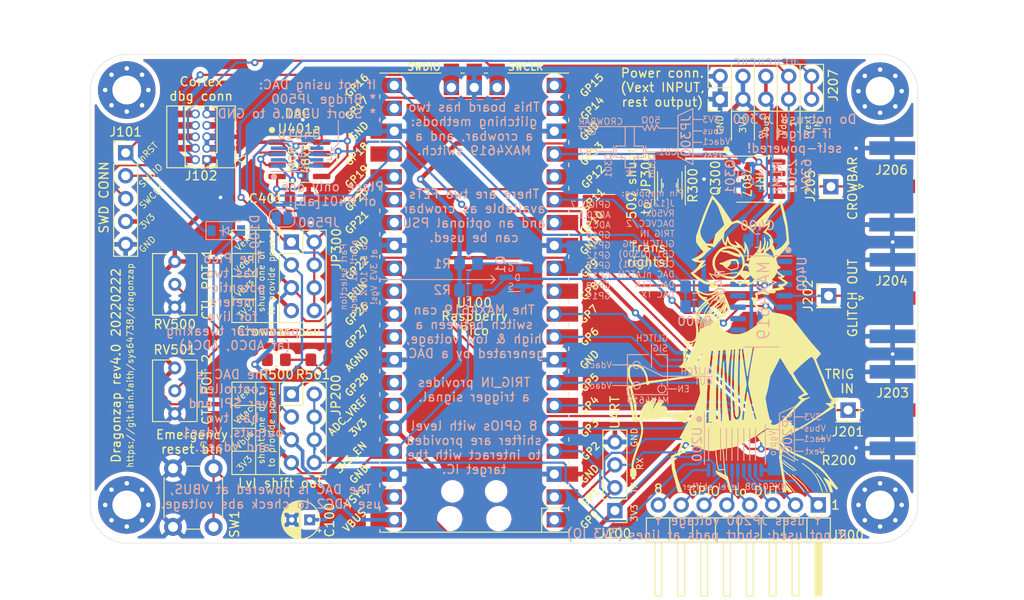
<source format=kicad_pcb>
(kicad_pcb (version 20211014) (generator pcbnew)

  (general
    (thickness 1.6)
  )

  (paper "A4")
  (layers
    (0 "F.Cu" signal)
    (31 "B.Cu" signal)
    (32 "B.Adhes" user "B.Adhesive")
    (33 "F.Adhes" user "F.Adhesive")
    (34 "B.Paste" user)
    (35 "F.Paste" user)
    (36 "B.SilkS" user "B.Silkscreen")
    (37 "F.SilkS" user "F.Silkscreen")
    (38 "B.Mask" user)
    (39 "F.Mask" user)
    (40 "Dwgs.User" user "User.Drawings")
    (41 "Cmts.User" user "User.Comments")
    (42 "Eco1.User" user "User.Eco1")
    (43 "Eco2.User" user "User.Eco2")
    (44 "Edge.Cuts" user)
    (45 "Margin" user)
    (46 "B.CrtYd" user "B.Courtyard")
    (47 "F.CrtYd" user "F.Courtyard")
    (48 "B.Fab" user)
    (49 "F.Fab" user)
  )

  (setup
    (stackup
      (layer "F.SilkS" (type "Top Silk Screen"))
      (layer "F.Paste" (type "Top Solder Paste"))
      (layer "F.Mask" (type "Top Solder Mask") (thickness 0.01))
      (layer "F.Cu" (type "copper") (thickness 0.035))
      (layer "dielectric 1" (type "core") (thickness 1.51) (material "FR4") (epsilon_r 4.5) (loss_tangent 0.02))
      (layer "B.Cu" (type "copper") (thickness 0.035))
      (layer "B.Mask" (type "Bottom Solder Mask") (thickness 0.01))
      (layer "B.Paste" (type "Bottom Solder Paste"))
      (layer "B.SilkS" (type "Bottom Silk Screen"))
      (copper_finish "None")
      (dielectric_constraints no)
    )
    (pad_to_mask_clearance 0)
    (pcbplotparams
      (layerselection 0x00010fc_ffffffff)
      (disableapertmacros false)
      (usegerberextensions false)
      (usegerberattributes true)
      (usegerberadvancedattributes true)
      (creategerberjobfile true)
      (svguseinch false)
      (svgprecision 6)
      (excludeedgelayer true)
      (plotframeref false)
      (viasonmask false)
      (mode 1)
      (useauxorigin false)
      (hpglpennumber 1)
      (hpglpenspeed 20)
      (hpglpendiameter 15.000000)
      (dxfpolygonmode true)
      (dxfimperialunits true)
      (dxfusepcbnewfont true)
      (psnegative false)
      (psa4output false)
      (plotreference true)
      (plotvalue true)
      (plotinvisibletext false)
      (sketchpadsonfab false)
      (subtractmaskfromsilk false)
      (outputformat 1)
      (mirror false)
      (drillshape 0)
      (scaleselection 1)
      (outputdirectory "grb3/")
    )
  )

  (net 0 "")
  (net 1 "GND")
  (net 2 "+3V3")
  (net 3 "+3.3VADC")
  (net 4 "Net-(D100-Pad1)")
  (net 5 "UART_RX")
  (net 6 "UART_TX")
  (net 7 "/controller/SWDIO")
  (net 8 "/controller/SWCLK")
  (net 9 "unconnected-(J102-Pad8)")
  (net 10 "unconnected-(J102-Pad7)")
  (net 11 "unconnected-(J102-Pad6)")
  (net 12 "Net-(J200-Pad1)")
  (net 13 "Net-(J200-Pad2)")
  (net 14 "TRIG_IN")
  (net 15 "GLITCH_OUT")
  (net 16 "Net-(J200-Pad3)")
  (net 17 "ADC0")
  (net 18 "ADC1")
  (net 19 "Net-(J200-Pad4)")
  (net 20 "Net-(J200-Pad5)")
  (net 21 "Net-(J200-Pad6)")
  (net 22 "VCC_EXT")
  (net 23 "DAC_HI")
  (net 24 "CB1_G")
  (net 25 "CB2_G")
  (net 26 "GPIO_EN")
  (net 27 "MAX_SW_B")
  (net 28 "MAX_SW_A")
  (net 29 "MAX_EN")
  (net 30 "GPIO2")
  (net 31 "GPIO3")
  (net 32 "GPIO4")
  (net 33 "GPIO5")
  (net 34 "GPIO6")
  (net 35 "GLITCH_SIG")
  (net 36 "GPIO7")
  (net 37 "GPIO8")
  (net 38 "GPIO9")
  (net 39 "unconnected-(U100-Pad30)")
  (net 40 "DAC_nL")
  (net 41 "DAC_CLK")
  (net 42 "DAC_TX")
  (net 43 "EMERG_SHDN")
  (net 44 "~{EMERG_SHDN}")
  (net 45 "unconnected-(U100-Pad39)")
  (net 46 "Net-(J200-Pad7)")
  (net 47 "DAC_LO")
  (net 48 "CROWBAR")
  (net 49 "/gpio/TAR_VCCIO")
  (net 50 "Net-(J200-Pad8)")
  (net 51 "ADC2")
  (net 52 "unconnected-(U100-Pad20)")
  (net 53 "unconnected-(U100-Pad19)")
  (net 54 "VBUS")
  (net 55 "CB_VCC")
  (net 56 "unconnected-(U400-Pad1)")
  (net 57 "unconnected-(U400-Pad2)")
  (net 58 "unconnected-(U400-Pad10)")
  (net 59 "unconnected-(U400-Pad11)")
  (net 60 "unconnected-(U400-Pad12)")
  (net 61 "unconnected-(U400-Pad13)")
  (net 62 "unconnected-(U400-Pad14)")
  (net 63 "unconnected-(U400-Pad15)")

  (footprint "Resistor_SMD:R_0805_2012Metric_Pad1.20x1.40mm_HandSolder" (layer "F.Cu") (at 135.128 87.179 90))

  (footprint "Connector_Coaxial:SMA_Amphenol_132289_EdgeMount" (layer "F.Cu") (at 159.845 87.287))

  (footprint "MountingHole:MountingHole_3.2mm_M3_Pad_Via" (layer "F.Cu") (at 158.496 122.682))

  (footprint "Connector_PinHeader_2.54mm:PinHeader_2x04_P2.54mm_Vertical" (layer "F.Cu") (at 93.091 93.472))

  (footprint "Connector_PinHeader_2.54mm:PinHeader_2x05_P2.54mm_Vertical" (layer "F.Cu") (at 140.721 77.602 90))

  (footprint "Connector_PinHeader_2.54mm:PinHeader_1x01_P2.54mm_Vertical" (layer "F.Cu") (at 152.776 99.441))

  (footprint "Resistor_SMD:R_2010_5025Metric_Pad1.40x2.65mm_HandSolder" (layer "F.Cu") (at 135.128 87.179 90))

  (footprint "Connector_PinHeader_2.54mm:PinHeader_1x08_P2.54mm_Horizontal" (layer "F.Cu") (at 151.638 122.682 -90))

  (footprint "Connector_PinHeader_2.54mm:PinHeader_2x04_P2.54mm_Vertical" (layer "F.Cu") (at 93.091 110.363))

  (footprint "Potentiometer_THT:Potentiometer_Vishay_T73XW_Horizontal" (layer "F.Cu") (at 80.137 95.631))

  (footprint "Connector_PinHeader_2.54mm:PinHeader_1x01_P2.54mm_Vertical" (layer "F.Cu") (at 153.03 87.317))

  (footprint "Resistor_SMD:R_0805_2012Metric_Pad1.20x1.40mm_HandSolder" (layer "F.Cu") (at 152.035 116.078 180))

  (footprint "MCU_RaspberryPi_and_Boards:RPi_Pico_SMD_TH" (layer "F.Cu") (at 113.411 100.203 180))

  (footprint "Connector_PinHeader_1.27mm:PinHeader_2x05_P1.27mm_Vertical" (layer "F.Cu") (at 83.694 84.326 180))

  (footprint "lethalbit-connectors:FTSH-105-01-L-DV-K-TR" (layer "F.Cu") (at 83.059 81.786 90))

  (footprint "Resistor_SMD:R_0805_2012Metric_Pad1.20x1.40mm_HandSolder" (layer "F.Cu") (at 91.424 106.553))

  (footprint "Potentiometer_THT:Potentiometer_Vishay_T73XW_Horizontal" (layer "F.Cu") (at 80.137 107.457))

  (footprint "Resistor_SMD:R_2512_6332Metric_Pad1.40x3.35mm_HandSolder" (layer "F.Cu") (at 135.15 87.179 90))

  (footprint "Capacitor_SMD:C_0805_2012Metric_Pad1.18x1.45mm_HandSolder" (layer "F.Cu") (at 93.98 88.598819 180))

  (footprint "Capacitor_THT:CP_Radial_D4.0mm_P2.00mm" (layer "F.Cu") (at 95.123 124.333 180))

  (footprint "Resistor_SMD:R_1206_3216Metric_Pad1.30x1.75mm_HandSolder" (layer "F.Cu") (at 135.128 87.179 90))

  (footprint "MountingHole:MountingHole_3.2mm_M3_Pad_Via" (layer "F.Cu") (at 158.496 76.708))

  (footprint "Connector_PinHeader_2.54mm:PinHeader_1x01_P2.54mm_Vertical" (layer "F.Cu") (at 154.94 112.141))

  (footprint "graphics:xenia" (layer "F.Cu")
    (tedit 61C154B6) (tstamp baf18278-d51c-443e-9972-c8c9ba5d7493)
    (at 143.4789 104.902)
    (attr through_hole)
    (fp_text reference "XENIA" (at 0 0.5) (layer "F.SilkS") hide
      (effects (font (size 1 1) (thickness 0.15)))
      (tstamp 2ab096f1-5e2e-4948-88f7-ee80da352ce9)
    )
    (fp_text value "xenia" (at 0 -0.5) (layer "F.Fab")
      (effects (font (size 1 1) (thickness 0.15)))
      (tstamp fc47ad18-c916-4f04-8460-6a5fb9138c7e)
    )
    (fp_line (start -0.087449 -8.809657) (end 0.146027 -8.894909) (layer "F.SilkS") (width 0.1) (tstamp 00486478-893b-425b-a5bc-a7e44ca55943))
    (fp_line (start 2.120427 -10.202538) (end 2.241183 -10.185531) (layer "F.SilkS") (width 0.1) (tstamp 0234d303-1347-4357-9ac8-112e8e6ab5f3))
    (fp_line (start 4.330047 -6.234346) (end 4.089216 -6.498479) (layer "F.SilkS") (width 0.1) (tstamp 02d5be24-1036-4d78-b8b7-1b443d15e7c8))
    (fp_line (start 3.24756 9.045381) (end 3.4801 8.89316) (layer "F.SilkS") (width 0.1) (tstamp 0453b7e4-e0e7-4cb5-8648-bec6a813bdeb))
    (fp_line (start 0.260403 -6.891084) (end -0.332851 -6.886832) (layer "F.SilkS") (width 0.1) (tstamp 069f3316-bcd2-4604-a333-7165193738be))
    (fp_line (start -3.758068 -6.759273) (end -3.963863 -6.339774) (layer "F.SilkS") (width 0.1) (tstamp 087708f1-e1e9-4263-81e5-92e875871b86))
    (fp_line (start -9.297786 4.012324) (end -10.724534 4.222797) (layer "F.SilkS") (width 0.1) (tstamp 088a5abf-5280-4acd-9be5-182deee4161f))
    (fp_line (start 0.359176 -6.835298) (end 0.320909 -6.836064) (layer "F.SilkS") (width 0.1) (tstamp 09ddd339-86e0-4167-9e67-6513769a8304))
    (fp_line (start -11.079063 8.253324) (end -11.346087 8.129166) (layer "F.SilkS") (width 0.1) (tstamp 0a1dbe60-6997-4f4e-b4aa-4ec0085281f7))
    (fp_line (start 0.636957 -7.835127) (end 0.567013 -8.025403) (layer "F.SilkS") (width 0.1) (tstamp 0a9d52bd-4852-44a8-82f7-f0b2e974bf90))
    (fp_line (start 0.978307 -7.395325) (end 1.596288 -7.079446) (layer "F.SilkS") (width 0.1) (tstamp 0b28e9dc-79a6-45c1-9c4d-325ada2cc88d))
    (fp_line (start -0.023841 -7.012478) (end 0.260403 -6.891084) (layer "F.SilkS") (width 0.1) (tstamp 0b379b3e-c12a-4629-a430-1567b828b4a9))
    (fp_line (start -4.650002 0.989642) (end -3.764935 0.613726) (layer "F.SilkS") (width 0.1) (tstamp 0f956713-c3d9-4b4c-8b52-a74d6d57ce5b))
    (fp_line (start -0.40371 -6.811827) (end 0.321759 -6.836064) (layer "F.SilkS") (width 0.1) (tstamp 10fd1d94-746f-466c-84a0-aa85c04b7684))
    (fp_line (start 3.479802 11.455544) (end 3.948093 11.551703) (layer "F.SilkS") (width 0.1) (tstamp 1164e296-14e5-4a5e-b2f3-44f1d36e7550))
    (fp_line (start 2.98583 -11.581707) (end 2.741129 -11.748809) (layer "F.SilkS") (width 0.1) (tstamp 12ec9af5-fae0-487c-9f32-ec0f72c4cf1f))
    (fp_line (start -4.381109 -11.064391) (end -4.310739 -11.182596) (layer "F.SilkS") (width 0.1) (tstamp 13666fea-91c0-4fec-bb70-a04cdbcf337e))
    (fp_line (start -0.404795 0.395004) (end -0.462196 0.395218) (layer "F.SilkS") (width 0.1) (tstamp 1399d9fd-892e-4c6d-94d4-e65f4b8d90fb))
    (fp_line (start -1.858607 -3.896465) (end -3.018353 -2.837788) (layer "F.SilkS") (width 0.1) (tstamp 14127424-0f91-4793-8a8a-36511132b3fd))
    (fp_line (start -3.250381 11.652943) (end -2.433578 11.510927) (layer "F.SilkS") (width 0.1) (tstamp 1485f998-b07f-4385-8f35-cac19f2827b9))
    (fp_line (start -8.886174 7.308196) (end -8.901056 7.197645) (layer "F.SilkS") (width 0.1) (tstamp 156d07b6-f60e-459b-b98a-29b8c699efdc))
    (fp_line (start -12.551074 13.779714) (end -12.706696 13.860076) (layer "F.SilkS") (width 0.1) (tstamp 16a71bba-04ef-4283-a06b-f6e9ba8ea3c4))
    (fp_line (start -5.127987 3.687899) (end -5.047837 3.724891) (layer "F.SilkS") (width 0.1) (tstamp 16ec19e3-7b49-453e-80e4-246815f99f56))
    (fp_line (start 0.998035 -5.007568) (end 1.417534 -4.961009) (layer "F.SilkS") (width 0.1) (tstamp 18457aad-4f9d-4c40-a5cc-fb25084ce7be))
    (fp_line (start -5.027428 3.476363) (end -5.115231 3.542269) (layer "F.SilkS") (width 0.1) (tstamp 185cec19-d583-42a6-bbf6-9e4403a7b0ce))
    (fp_line (start -6.740291 2.002993) (end -6.697559 1.323252) (layer "F.SilkS") (width 0.1) (tstamp 19b8a416-d457-47c0-a7b0-da25cad6c5a1))
    (fp_line (start -0.007897 -7.388394) (end -0.050628 -7.071368) (layer "F.SilkS") (width 0.1) (tstamp 1c4a967a-d9ff-4163-bb2a-95ccc3501bb3))
    (fp_line (start -0.670522 -6.851881) (end -0.53786 -6.616024) (layer "F.SilkS") (width 0.1) (tstamp 1c5c7e2f-94b3-4b5e-b4ad-c0a6563fc67e))
    (fp_line (start -10.908538 4.337111) (end -10.835617 4.409819) (layer "F.SilkS") (width 0.1) (tstamp 1e0ba953-460b-4ddb-ba5b-e01c556e61f7))
    (fp_line (start 4.90149 16.307955) (end 5.210438 16.322837) (layer "F.SilkS") (width 0.1) (tstamp 1f5d8d4c-52db-4d4d-99bb-fd209dbbc195))
    (fp_line (start -1.262672 0.453299) (end -1.363656 0.468181) (layer "F.SilkS") (width 0.1) (tstamp 1f69b1f6-9fed-42d7-9e08-09f288c476bc))
    (fp_line (start 2.998458 8.928026) (end 2.798403 8.735837) (layer "F.SilkS") (width 0.1) (tstamp 1fb3f6bd-66d7-4a74-a144-ae01112ff895))
    (fp_line (start -2.982169 0.583537) (end -2.699243 0.577159) (layer "F.SilkS") (width 0.1) (tstamp 20a0f469-5ae6-4e36-8ff6-79100ece3f30))
    (fp_line (start 0.566716 -8.025531) (end 0.636661 -7.835255) (layer "F.SilkS") (width 0.1) (tstamp 21a2e357-9ad7-4e55-9783-020864723576))
    (fp_line (start -2.922258 -2.660056) (end -1.647369 -3.924825) (layer "F.SilkS") (width 0.1) (tstamp 23781219-648c-45af-8566-464b78a6f9ff))
    (fp_line (start -0.590372 -6.842654) (end -0.464088 -6.840528) (layer "F.SilkS") (width 0.1) (tstamp 23b5355a-334f-4bc1-a3a3-bcd5e8aabe03))
    (fp_line (start -0.271007 -9.616787) (end -0.136007 -9.641874) (layer "F.SilkS") (width 0.1) (tstamp 23f55bc5-218f-4c81-bcc4-297aa64fa0b2))
    (fp_line (start 7.736937 1.655947) (end 7.847488 1.605774) (layer "F.SilkS") (width 0.1) (tstamp 252382df-08a7-4b0b-8609-1072db1e998e))
    (fp_line (start -1.871555 -11.918931) (end -1.940225 -12.001419) (layer "F.SilkS") (width 0.1) (tstamp 2566906f-dee1-4d49-aa89-42683ad37200))
    (fp_line (start -2.231462 -13.327246) (end -3.235395 -12.265232) (layer "F.SilkS") (width 0.1) (tstamp 25b94296-ce9e-441c-ba5a-3999d9179a7f))
    (fp_line (start 4.695249 -11.592294) (end 4.867028 -11.229431) (layer "F.SilkS") (width 0.1) (tstamp 2609c5fc-6f5a-49bd-a40b-c12eaada5a92))
    (fp_line (start 4.588609 8.485737) (end 4.879742 8.498492) (layer "F.SilkS") (width 0.1) (tstamp 275e3c89-0d83-4a85-9571-5807c3e775e6))
    (fp_line (start 1.219052 9.973394) (end 1.334493 9.873048) (layer "F.SilkS") (width 0.1) (tstamp 276b13d7-0a57-419c-8da2-e837b16f8ff4))
    (fp_line (start 0.832973 -5.261113) (end 0.774721 -5.194995) (layer "F.SilkS") (width 0.1) (tstamp 27f73be5-5b6d-4dcd-9c2b-08178b3c0f10))
    (fp_line (start 3.878467 -6.660457) (end 3.824042 -6.69915) (layer "F.SilkS") (width 0.1) (tstamp 284e6dc9-3ac5-4cda-bd41-857fb98d4679))
    (fp_line (start -4.421864 -8.927692) (end -5.015118 -8.576139) (layer "F.SilkS") (width 0.1) (tstamp 28797dd3-5c25-40ea-9029-91b4bdf67bc8))
    (fp_line (start -6.053407 10.967866) (end -5.922871 11.018039) (layer "F.SilkS") (width 0.1) (tstamp 28d5ed17-1bf9-4c62-b49a-5fe63f5fcad7))
    (fp_line (start -3.125587 -6.648084) (end -3.692013 -6.537745) (layer "F.SilkS") (width 0.1) (tstamp 292a37f1-a8d7-4049-8d9e-d154cb6269d5))
    (fp_line (start -3.963863 -6.339774) (end -3.148187 -6.432892) (layer "F.SilkS") (width 0.1) (tstamp 29d26dd1-1c9b-4097-8348-63ab0c86a559))
    (fp_line (start -0.136007 -9.641597) (end -0.271007 -9.616511) (layer "F.SilkS") (width 0.1) (tstamp 2b1d77fe-f78d-4ff8-b505-0f28f2dbc7c6))
    (fp_line (start -2.567432 -10.399893) (end -2.567432 -10.400064) (layer "F.SilkS") (width 0.1) (tstamp 2d8c2e79-0ca6-4cac-bd97-7ed59984e6ca))
    (fp_line (start -3.612693 8.448277) (end -3.623323 8.650245) (layer "F.SilkS") (width 0.1) (tstamp 2db2a178-64e5-43fc-91c6-f6bb623ee10e))
    (fp_line (start 0.831253 0.253265) (end 1.081438 0.212021) (layer "F.SilkS") (width 0.1) (tstamp 2e9befe8-1ba6-44c4-8c0c-2f6b67d813e8))
    (fp_line (start -2.265074 13.818492) (end -2.151546 14.500359) (layer "F.SilkS") (width 0.1) (tstamp 2f15d41d-727f-4089-af4d-eed812228f8d))
    (fp_line (start -3.465554 0.613726) (end -2.982169 0.583537) (layer "F.SilkS") (width 0.1) (tstamp 2f4fca68-ad3d-42af-a65a-2dfd84c64f23))
    (fp_line (start 3.824042 -6.69915) (end 3.76579 -6.598166) (layer "F.SilkS") (width 0.1) (tstamp 2f8fab55-05ca-4686-80f5-c3c168b9b405))
    (fp_line (start 3.802463 11.057008) (end 4.193772 10.248454) (layer "F.SilkS") (width 0.1) (tstamp 2fa1b765-b805-47fc-bf33-7549704c7989))
    (fp_line (start 4.525042 15.474081) (end 4.581806 15.914436) (layer "F.SilkS") (width 0.1) (tstamp 318e2232-f227-48be-bc7e-28bc039cbe1a))
    (fp_line (start 0.320909 -6.836064) (end 0.323034 -6.596465) (layer "F.SilkS") (width 0.1) (tstamp 31dcfa14-92b3-40c0-9b7e-3e11dc0058e1))
    (fp_line (start -1.479203 -7.201053) (end -1.470699 -7.127281) (layer "F.SilkS") (width 0.1) (tstamp 321f985d-c802-49a4-b839-d957d45e8880))
    (fp_line (start -2.768188 -9.031568) (end -2.728921 -9.000571) (layer "F.SilkS") (width 0.1) (tstamp 328d1402-4958-47d2-b0f1-71018e3fb92d))
    (fp_line (start -0.523191 -6.729339) (end -0.516813 -6.620064) (layer "F.SilkS") (width 0.1) (tstamp 32e61bfc-d546-4722-ac49-cbb99c79a789))
    (fp_line (start -4.310717 -11.182319) (end -4.381087 -11.064115) (layer "F.SilkS") (width 0.1) (tstamp 3333a437-094a-4126-981c-1a90640c11d7))
    (fp_line (start -0.53786 -6.616024) (end -0.522978 -6.728701) (layer "F.SilkS") (width 0.1) (tstamp 33ea8dc4-877d-4756-9eec-56ecc269d0d6))
    (fp_line (start -2.42565 8.523069) (end -2.710361 8.529447) (layer "F.SilkS") (width 0.1) (tstamp 351d5969-2e3a-436e-a584-701985869a16))
    (fp_line (start -3.548467 -11.102808) (end -3.680278 -11.20443) (layer "F.SilkS") (width 0.1) (tstamp 36bf2b67-6c66-4f57-9dcc-180452d3e2dc))
    (fp_line (start -10.667452 4.294378) (end -10.705294 4.290126) (layer "F.SilkS") (width 0.1) (tstamp 38dc9787-3773-4a65-9eac-77f34d6df8dc))
    (fp_line (start -12.671829 14.588332) (end -12.551286 14.590458) (layer "F.SilkS") (width 0.1) (tstamp 3949f8f3-4972-460a-90a0-6906b5d7ca76))
    (fp_line (start 3.981279 10.706561) (end 3.921327 10.860227) (layer "F.SilkS") (width 0.1) (tstamp 3b861d3c-b38d-4322-b67b-d95ab0619cc6))
    (fp_line (start 9.914625 6.87845) (end 9.630849 6.725166) (layer "F.SilkS") (width 0.1) (tstamp 3bf5a303-d45e-4366-b8e2-9eef9aa4ea37))
    (fp_line (start -1.955062 14.629087) (end -1.482966 16.326622) (layer "F.SilkS") (width 0.1) (tstamp 3d234cf4-d2a0-4b1e-b0ed-33b40ca1bbce))
    (fp_line (start -2.482371 0.53921) (end -2.699349 0.578328) (layer "F.SilkS") (width 0.1) (tstamp 3d6a7394-0229-439d-98ea-24fb7b7d0870))
    (fp_line (start -5.819251 -0.058596) (end -5.782259 -0.164257) (layer "F.SilkS") (width 0.1) (tstamp 3ecd5e71-045c-45dd-959d-3e97c8e33089))
    (fp_line (start -3.785279 -2.270788) (end -4.94377 -1.700982) (layer "F.SilkS") (width 0.1) (tstamp 3f60471a-e684-4c40-916a-dc05757982ce))
    (fp_line (start 3.76579 -6.598166) (end 3.956065 -6.349596) (layer "F.SilkS") (width 0.1) (tstamp 3f775266-cc7f-49e6-b89d-e69ba5f3895e))
    (fp_line (start 3.761942 -7.448985) (end 4.562098 -6.916851) (layer "F.SilkS") (width 0.1) (tstamp 401fc27b-55c2-4d17-b7a9-17271cdee251))
    (fp_line (start -3.619092 -4.014223) (end -4.053048 -3.440186) (layer "F.SilkS") (width 0.1) (tstamp 41e173df-b769-4562-86b0-af2aff66057d))
    (fp_line (start 0.321759 -6.836064) (end 0.360027 -6.835298) (layer "F.SilkS") (width 0.1) (tstamp 43797be8-9d42-485f-bc6b-0544d45927b2))
    (fp_line (start 10.256122 6.014427) (end 10.165768 5.934065) (layer "F.SilkS") (width 0.1) (tstamp 4459b91b-d937-4427-a170-e7027c4df452))
    (fp_line (start -1.482966 16.326622) (end -1.613502 16.326622) (layer "F.SilkS") (width 0.1) (tstamp 46605a33-9342-4627-adea-08a0c3dd1775))
    (fp_line (start -2.364145 -5.272232) (end -2.325452 -5.192508) (layer "F.SilkS") (width 0.1) (tstamp 47476406-4d27-4820-aefe-eb91485cd792))
    (fp_line (start -1.200487 -7.170056) (end -1.200487 -7.170056) (layer "F.SilkS") (width 0.1) (tstamp 47bd3e42-5e60-4145-b4ff-ba2ead23635e))
    (fp_line (start -10.724534 4.222797) (end -10.772326 4.101105) (layer "F.SilkS") (width 0.1) (tstamp 487c4890-ae05-4d1e-8757-f717bdd9f770))
    (fp_line (start -1.29977 -7.131533) (end -0.950173 -6.910133) (layer "F.SilkS") (width 0.1) (tstamp 48f5ac3f-19ad-4208-9449-373c6d6bed43))
    (fp_line (start -0.419655 -9.922015) (end -0.584419 -9.95518) (layer "F.SilkS") (width 0.1) (tstamp 499f0043-d011-4c69-b76f-552cc2e709c0))
    (fp_line (start -10.859577 4.243461) (end -10.870207 4.151406) (layer "F.SilkS") (width 0.1) (tstamp 4b724a58-7782-4fb0-85bb-73cee8bfacec))
    (fp_line (start -3.623323 8.650245) (end -4.324302 8.722316) (layer "F.SilkS") (width 0.1) (tstamp 4c7ee18f-1e28-4990-b358-0d20ba5f3a19))
    (fp_line (start 2.278047 -6.178114) (end 2.254661 -6.053744) (layer "F.SilkS") (width 0.1) (tstamp 4cd7b6b4-85c9-4884-8f10-e79b6ed8c90b))
    (fp_line (start -10.857408 4.242058) (end -10.859577 4.243461) (layer "F.SilkS") (width 0.1) (tstamp 4cf1650d-f012-4b15-ad31-a94564f120f8))
    (fp_line (start 0.636661 -7.835255) (end 0.978307 -7.395325) (layer "F.SilkS") (width 0.1) (tstamp 4d1172a0-a1e6-4e5d-b676-3dfbdc70f814))
    (fp_line (start 4.368889 -7.671512) (end 4.228999 -7.648126) (layer "F.SilkS") (width 0.1) (tstamp 4ea04a5a-7a78-43fb-87d5-86eb2afcea5f))
    (fp_line (start 10.027621 6.192797) (end 10.256122 6.014427) (layer "F.SilkS") (width 0.1) (tstamp 51b18456-8852-4cce-ad37-628dd1c4103a))
    (fp_line (start 0.975627 -7.108827) (end 0.990509 -7.046749) (layer "F.SilkS") (width 0.1) (tstamp 52064152-4b25-4796-8ab1-2e49f3df562c))
    (fp_line (start 5.077543 8.647949) (end 4.922346 8.701524) (layer "F.SilkS") (width 0.1) (tstamp 53bc95a0-a6b5-4bd3-8806-205d384c6e1c))
    (fp_line (start -2.943709 -5.906668) (end -2.916242 -5.843484) (layer "F.SilkS") (width 0.1) (tstamp 54c05bf1-249d-4ed0-aee6-f8cef4715275))
    (fp_line (start 4.587334 8.28802) (end 4.484224 8.388366) (layer "F.SilkS") (width 0.1) (tstamp 54d05816-bdfa-450b-939f-fffbc2d3c01c))
    (fp_line (start -3.764935 0.613726) (end -3.465554 0.613726) (layer "F.SilkS") (width 0.1) (tstamp 56614d25-92fe-4928-ba13-f50ff5bf48ed))
    (fp_line (start 5.210438 16.322837) (end 4.525042 15.474081) (layer "F.SilkS") (width 0.1) (tstamp 57d20178-cd72-4cdf-a6b0-742aea76d37b))
    (fp_line (start -0.446932 -6.922464) (end -0.749927 -6.933093) (layer "F.SilkS") (width 0.1) (tstamp 58166378-73e4-4c77-abf1-b61da426c963))
    (fp_line (start -7.002722 16.306531) (end -7.404278 16.31157) (layer "F.SilkS") (width 0.1) (tstamp 5964804a-9ffe-4905-9f1b-c960fc5465a3))
    (fp_line (start -8.901056 7.197645) (end -8.941025 7.197645) (layer "F.SilkS") (width 0.1) (tstamp 59f58cc4-3f08-4913-804c-7831fc56d6da))
    (fp_line (start 1.092131 -7.182599) (end 0.975627 -7.108827) (layer "F.SilkS") (width 0.1) (tstamp 5ac91684-976e-43dc-b66d-88fa3cf7602b))
    (fp_line (start 7.847488 1.605774) (end 8.38802 0.97155) (layer "F.SilkS") (width 0.1) (tstamp 5c52001a-44b6-4827-8867-9a065693af27))
    (fp_line (start 5.416744 9.020209) (end 5.234122 9.134162) (layer "F.SilkS") (width 0.1) (tstamp 5c5e0318-a0e1-4f94-8225-4bad5445ea6d))
    (fp_line (start 9.500845 16.316587) (end 9.731897 16.316587) (layer "F.SilkS") (width 0.1) (tstamp 5cdfe313-8605-4373-9a45-7b9f1b58e8c5))
    (fp_line (start -12.612153 4.669636) (end -12.765862 4.730652) (layer "F.SilkS") (width 0.1) (tstamp 5d6e084a-605f-4d05-bcd6-23a747bd3e0e))
    (fp_line (start -5.125052 3.690641) (end -5.114422 3.531405) (layer "F.SilkS") (width 0.1) (tstamp 5e0252fd-2729-4e36-b2cc-c7766dba6189))
    (fp_line (start -12.765862 4.730652) (end -12.281945 6.716322) (layer "F.SilkS") (width 0.1) (tstamp 5e807c14-eb72-4699-ac5c-0e22b3b90689))
    (fp_line (start -3.415423 -5.326615) (end -3.508541 -5.332993) (layer "F.SilkS") (width 0.1) (tstamp 5ef3d067-71f0-41ac-ba39-98068649edc9))
    (fp_line (start -3.680278 -11.20443) (end -4.310717 -11.182319) (layer "F.SilkS") (width 0.1) (tstamp 600a3b4b-ae4b-4461-b5a0-b102a630e6e4))
    (fp_line (start -0.516813 -6.620064) (end -0.40371 -6.811827) (layer "F.SilkS") (width 0.1) (tstamp 606c3e55-7d61-412d-adac-41bf5f1f1a73))
    (fp_line (start -3.763999 0.614406) (end -4.65096 0.989557) (layer "F.SilkS") (width 0.1) (tstamp 61bd4437-060d-40c1-add9-cb29405c70c7))
    (fp_line (start -12.324316 14.531951) (end -12.328568 14.687573) (layer "F.SilkS") (width 0.1) (tstamp 61d9b81b-8499-4933-91ed-7a8972810007))
    (fp_line (start -6.730724 2.520138) (end -6.790889 2.401721) (layer "F.SilkS") (width 0.1) (tstamp 62b6ceae-4979-4c7f-9abb-9d942b9ab846))
    (fp_line (start -0.023819 -7.012265) (end -0.050733 -7.071495) (layer "F.SilkS") (width 0.1) (tstamp 633ad3b8-63c2-4a66-ba43-ec1b2327d590))
    (fp_line (start 2.575111 -5.582519) (end 2.566607 -5.800008) (layer "F.SilkS") (width 0.1) (tstamp 6349601a-3c16-49a3-9c53-44ba3301fa17))
    (fp_line (start -12.123177 8.513863) (end -11.715753 8.379501) (layer "F.SilkS") (width 0.1) (tstamp 634c972d-457b-4606-97bd-158cc6774626))
    (fp_line (start -1.200487 -7.170056) (end -1.189857 -7.253607) (layer "F.SilkS") (width 0.1) (tstamp 644c1aa7-bb47-43ff-9985-f1193c633b37))
    (fp_line (start -0.097144 8.381542) (end -0.383216 8.400676) (layer "F.SilkS") (width 0.1) (tstamp 64d7714a-7974-44e3-aea4-f93dec72bbab))
    (fp_line (start -2.982275 0.584047) (end -3.46566 0.614236) (layer "F.SilkS") (width 0.1) (tstamp 65672bfe-b9ee-41a0-973c-1f20f79e074b))
    (fp_line (start -0.522978 -6.728701) (end -0.590372 -6.842654) (layer "F.SilkS") (width 0.1) (tstamp 66ae6362-5d73-429e-895c-b93ac4034e8b))
    (fp_line (start -2.922257 -2.659503) (end -3.018352 -2.837236) (layer "F.SilkS") (width 0.1) (tstamp 67696688-aeb4-4c05-bfdd-17ff57e0fa8a))
    (fp_line (start 4.463814 8.29865) (end 4.587334 8.28802) (layer "F.SilkS") (width 0.1) (tstamp 6adb7440-4967-4c53-ab45-3e8efe9276db))
    (fp_line (start -0.552019 -7.920528) (end -0.353877 -8.180791) (layer "F.SilkS") (width 0.1) (tstamp 6b210527-4628-4b35-bcc0-57c051da3023))
    (fp_line (start 1.550897 -10.19699) (end 1.669101 -10.238234) (layer "F.SilkS") (width 0.1) (tstamp 6f6d94a2-ff06-468f-93cb-7d1121493be0))
    (fp_line (start 5.099335 3.181341) (end 5.269838 3.103317) (layer "F.SilkS") (width 0.1) (tstamp 6faf2824-be38-492e-a01b-4c105834407a))
    (fp_line (start -4.244621 -5.197036) (end -4.324345 -5.268894) (layer "F.SilkS") (width 0.1) (tstamp 6fe73f15-5d69-4a4e-893e-03eb09e9b7d7))
    (fp_line (start 1.655283 -10.326037) (end 1.550897 -10.19699) (layer "F.SilkS") (width 0.1) (tstamp 71407632-595c-426e-b6ae-4fb2a403e147))
    (fp_line (start 1.551599 -10.196373) (end 1.654071 -10.325909) (layer "F.SilkS") (width 0.1) (tstamp 71e17ce2-3f5c-4367-9839-08c5c57f36de))
    (fp_line (start -10.85964 4.243567) (end -10.851137 4.309473) (layer "F.SilkS") (width 0.1) (tstamp 7222796c-3f24-42f8-95ec-33d97cdbe82f))
    (fp_line (start -10.870207 4.151406) (end -12.356801 4.505467) (layer "F.SilkS") (width 0.1) (tstamp 7332bdd2-7696-49e9-b942-e09fe05346ae))
    (fp_line (start -12.555538 14.874192) (end -12.244166 14.849105) (layer "F.SilkS") (width 0.1) (tstamp 73bf2484-d5f9-4ce1-ab83-d710b7907529))
    (fp_line (start -0.050628 -7.071368) (end -0.023841 -7.012478) (layer "F.SilkS") (width 0.1) (tstamp 75ebcaaf-8f91-4bce-95da-35daf284b36b))
    (fp_line (start -2.023604 -4.398792) (end -2.056557 -4.497672) (layer "F.SilkS") (width 0.1) (tstamp 76bcc96a-79c2-4aa1-a653-745cf373720e))
    (fp_line (start 0.360027 -6.835298) (end 0.467176 -6.79129) (layer "F.SilkS") (width 0.1) (tstamp 7879fd6d-8523-40e9-ac87-65ed2628002c))
    (fp_line (start 3.26967 -5.791504) (end 3.374481 -5.900354) (layer "F.SilkS") (width 0.1) (tstamp 78c24dc1-6743-421c-b77c-2fe33b473e4c))
    (fp_line (start -1.470699 -7.127281) (end -1.29977 -7.131533) (layer "F.SilkS") (width 0.1) (tstamp 7923463f-888c-4fc0-b98f-03078496b1b6))
    (fp_line (start 1.596288 -7.079446) (end 2.337853 -6.991643) (layer "F.SilkS") (width 0.1) (tstamp 7a78aae9-59d5-44fd-a5a4-d12a5851aac3))
    (fp_line (start -6.744393 10.596839) (end -5.920744 11.018719) (layer "F.SilkS") (width 0.1) (tstamp 7af554a0-1aea-4bf6-b62d-f529a38d9de6))
    (fp_line (start 3.74706 -7.542316) (end 3.761942 -7.448985) (layer "F.SilkS") (width 0.1) (tstamp 7d46158a-6f68-4d38-be89-e25c900413e7))
    (fp_line (start 3.948093 11.551703) (end 3.802463 11.057008) (layer "F.SilkS") (width 0.1) (tstamp 7f1cd457-f3e0-4118-9041-74f0c4e433d8))
    (fp_line (start 3.952132 10.372397) (end 3.479802 11.455544) (layer "F.SilkS") (width 0.1) (tstamp 7f25c6dd-2bd2-4dba-b030-ccbee8cc0425))
    (fp_line (start 4.867007 -11.229325) (end 4.695227 -11.592231) (layer "F.SilkS") (width 0.1) (tstamp 801e609c-68c5-4efc-a779-888769f67fd8))
    (fp_line (start 9.552655 6.270651) (end 9.957527 6.281281) (layer "F.SilkS") (width 0.1) (tstamp 816dc656-ef63-4b7e-ba23-93c421a09dd9))
    (fp_line (start -10.835617 4.409819) (end -10.692538 4.354544) (layer "F.SilkS") (width 0.1) (tstamp 81a6647b-fb92-470f-859a-839cff2bfa41))
    (fp_line (start -2.265074 13.81847) (end -2.435578 11.510119) (layer "F.SilkS") (width 0.1) (tstamp 823a9a53-cb4b-4f57-9558-1ba1cf975f33))
    (fp_line (start 5.09942 3.182085) (end 5.099335 3.181341) (layer "F.SilkS") (width 0.1) (tstamp 832a8494-eaf2-41bb-a79b-9bd3869ba972))
    (fp_line (start -2.839558 -5.555073) (end -2.839345 -5.555094) (layer "F.SilkS") (width 0.1) (tstamp 84ce0be5-0412-4bdd-83e3-854a7a710ced))
    (fp_line (start -2.790809 -5.240427) (end -2.57719 -5.718179) (layer "F.SilkS") (width 0.1) (tstamp 84d2254b-f203-44d6-b45c-79b312eb19ef))
    (fp_line (start -3.983039 8.479741) (end -3.612693 8.448277) (layer "F.SilkS") (width 0.1) (tstamp 881ba6c1-962a-43e8-acdf-1c75a4cb2656))
    (fp_line (start 2.911548 -11.493032) (end 3.13129 -11.295316) (layer "F.SilkS") (width 0.1) (tstamp 8b34cb3e-4808-4723-abeb-99f377bbe23f))
    (fp_line (start -0.578892 -9.823156) (end -0.419655 -9.922015) (layer "F.SilkS") (width 0.1) (tstamp 8b609dc3-d402-489e-93c7-a8286dd10662))
    (fp_line (start -3.013421 -6.014668) (end -3.06859 -6.173224) (layer "F.SilkS") (width 0.1) (tstamp 902a411f-6335-4f06-8cf1-f0ed80a2cb8a))
    (fp_line (start -0.332851 -6.886832) (end -0.023819 -7.012265) (layer "F.SilkS") (width 0.1) (tstamp 910b5ca3-160a-4289-ac0e-edddfbb8cc23))
    (fp_line (start 4.879742 8.498492) (end 4.786411 8.608406) (layer "F.SilkS") (width 0.1) (tstamp 92425964-3db1-4a0a-86ee-ecbd90311ff8))
    (fp_line (start -2.68655 -9.085993) (end -2.768188 -9.031568) (layer "F.SilkS") (width 0.1) (tstamp 92f206ba-0b74-4aff-a139-97255e30fd4b))
    (fp_line (start -2.699243 0.577159) (end -2.482265 0.538041) (layer "F.SilkS") (width 0.1) (tstamp 9374eae1-1721-491f-8000-bfbbb5c8d606))
    (fp_line (start 5.423717 9.377374) (end 5.570623 9.455611) (layer "F.SilkS") (width 0.1) (tstamp 946a8f93-f8a6-49ed-be65-22cf14da1914))
    (fp_line (start -10.705294 4.290126) (end -10.773113 4.101764) (layer "F.SilkS") (width 0.1) (tstamp 96b8b711-f40d-4aae-a044-c048034ee1fe))
    (fp_line (start 3.55787 -8.163018) (end 3.585933 -8.535108) (layer "F.SilkS") (width 0.1) (tstamp 97eaa1e2-9166-4553-a1d6-ea99a7ba73fb))
    (fp_line (start -2.093805 0.514655) (end -1.899489 4.624204) (layer "F.SilkS") (width 0.1) (tstamp 9a3dec6c-1ff7-4f04-98b4-bff75dbe2572))
    (fp_line (start -7.212683 10.307067) (end -6.744393 10.596839) (layer "F.SilkS") (width 0.1) (tstamp 9aa35107-bd21-4263-aaeb-f87889d0726a))
    (fp_line (start -8.961434 7.519094) (end -8.918702 7.383456) (layer "F.SilkS") (width 0.1) (tstamp 9c77e549-bc3d-407e-a17f-1f44a0465725))
    (fp_line (start 9.062594 6.501448) (end 9.545575 6.870816) (layer "F.SilkS") (width 0.1) (tstamp 9d0a9958-db67-4fa2-a63a-2635acbcaff5))
    (fp_line (start 1.219116 9.972799) (end 1.219052 9.973394) (layer "F.SilkS") (width 0.1) (tstamp 9d53a803-c2dd-44df-9adf-3a36ecbb9623))
    (fp_line (start -10.851137 4.309473) (end -10.908538 4.337111) (layer "F.SilkS") (width 0.1) (tstamp 9d93c53b-c8ce-4a41-8871-5169db872dd3))
    (fp_line (start -0.464088 -6.840528) (end -0.523191 -6.729339) (layer "F.SilkS") (width 0.1) (tstamp 9f3effa9-36c1-499e-8002-787a37d4e90a))
    (fp_line (start -12.443584 14.541092) (end -12.110825 14.518557) (layer "F.SilkS") (width 0.1) (tstamp 9f755b79-98ed-4b7f-b7d5-fc8b011a6083))
    (fp_line (start -0.462154 0.396301) (end -0.404752 0.396089) (layer "F.SilkS") (width 0.1) (tstamp a03f12ee-4c0a-46b5-9d34-c9c5f676bfdc))
    (fp_line (start -0.753754 -8.930796) (end -0.760132 -9.099812) (layer "F.SilkS") (width 0.1) (tstamp a2514bdf-7683-4b2c-bb81-487c8fa57d73))
    (fp_line (start 2.798403 8.735837) (end 2.94212 8.502787) (layer "F.SilkS") (width 0.1) (tstamp a25f08da-163d-4d49-ab74-017e99d1903e))
    (fp_line (start 3.301453 -9.46597) (end 3.588121 -8.53481) (layer "F.SilkS") (width 0.1) (tstamp a261e796-25d7-477c-be76-97f041d1e6b6))
    (fp_line (start -12.208875 14.527699) (end -12.324316 14.531951) (layer "F.SilkS") (width 0.1) (tstamp a273aabd-9b0c-4eb2-9ce1-0a72077650f3))
    (fp_line (start 10.153777 16.03534) (end 10.286013 15.948388) (layer "F.SilkS") (width 0.1) (tstamp a2a59f0e-cde4-498b-8904-d92a12bff2f0))
    (fp_line (start -1.612056 0.483573) (end -1.363486 0.468691) (layer "F.SilkS") (width 0.1) (tstamp a2fc975e-e27d-4dbe-8a0b-341931ded9a6))
    (fp_line (start 5.58019 9.318272) (end 5.423717 9.377374) (layer "F.SilkS") (width 0.1) (tstamp a323f70c-afa2-4c2a-b732-5b77a8cbc996))
    (fp_line (start -1.472081 8.437583) (end -1.785579 8.469473) (layer "F.SilkS") (width 0.1) (tstamp a4c343d5-a6fd-4619-9a83-930a86997c7d))
    (fp_line (start -8.918702 7.383456) (end -8.770521 7.262913) (layer "F.SilkS") (width 0.1) (tstamp a71b8db9-7af6-4a4f-a0c5-fd086e8c47a8))
    (fp_line (start 0.017488 -7.081572) (end 0.065961 -7.361267) (layer "F.SilkS") (width 0.1) (tstamp a77dd63f-3f22-4865-9e78-693ed1d0221c))
    (fp_line (start -0.714593 0.406931) (end -0.462154 0.396301) (layer "F.SilkS") (width 0.1) (tstamp a858f438-2835-4c8f-8f9f-d091eac5a697))
    (fp_line (start 0.365554 -6.704763) (end 0.359176 -6.835298) (layer "F.SilkS") (width 0.1) (tstamp a8bb4afa-35b0-41db-8d99-8ea42d121830))
    (fp_line (start -4.017458 -4.642983) (end -4.118655 -4.734613) (layer "F.SilkS") (width 0.1) (tstamp a9a751bd-7c65-4095-9e42-f665535dba2e))
    (fp_line (start 2.337853 -6.991643) (end 2.882955 -7.225459) (layer "F.SilkS") (width 0.1) (tstamp a9d6e118-1126-476c-be4f-98f751cb96f6))
    (fp_line (start -12.091032 8.313426) (end -12.251756 8.313426) (layer "F.SilkS") (width 0.1) (tstamp ab2163be-385c-49c1-84b2-d21172b217d2))
    (fp_line (start -3.195575 14.016357) (end -1.955062 14.629087) (layer "F.SilkS") (width 0.1) (tstamp abc144f2-0768-45ca-8040-fb36089127a7))
    (fp_line (start -10.87027 4.151512) (end -10.85964 4.243567) (layer "F.SilkS") (width 0.1) (tstamp ac2b5221-dae8-473a-b258-1240f226ee32))
    (fp_line (start -6.083766 0.076404) (end -5.819251 -0.058596) (layer "F.SilkS") (width 0.1) (tstamp ae1a820b-f252-45fc-a06e-4a7cb7959ffc))
    (fp_line (start -0.404752 0.396089) (end -0.142746 0.3659) (layer "F.SilkS") (width 0.1) (tstamp aefe398d-e17c-4e19-992b-b360a5a5a779))
    (fp_line (start 5.004133 3.149642) (end 5.10129 3.181957) (layer "F.SilkS") (width 0.1) (tstamp afaa94e1-65c3-4b6f-9c68-5ac59bc472d1))
    (fp_line (start 10.384191 6.087349) (end 10.027621 6.192797) (layer "F.SilkS") (width 0.1) (tstamp afd35155-2680-4da0-a254-feec9f925517))
    (fp_line (start 2.241183 -10.185531) (end 2.422529 -10.528877) (layer "F.SilkS") (width 0.1) (tstamp b12cdff5-1a28-488f-bb8d-4bd1944d9750))
    (fp_line (start 10.286013 15.948388) (end 8.789979 14.029963) (layer "F.SilkS") (width 0.1) (tstamp b19cabe8-0c6d-451e-bfeb-2fcea82d2608))
    (fp_line (start -3.195469 14.016336) (end -3.195575 14.016357) (layer "F.SilkS") (width 0.1) (tstamp b29c3d1a-bb57-4e68-88ff-a0471bee36d3))
    (fp_line (start -4.555758 -1.880139) (end -4.770185 -1.786787) (layer "F.SilkS") (width 0.1) (tstamp b3396681-51a0-4ddb-b63f-251412419335))
    (fp_line (start -0.950855 -13.622907) (end -0.731411 -13.622907) (layer "F.SilkS") (width 0.1) (tstamp b3d452e4-0558-44e2-b1c9-373e568f7de0))
    (fp_line (start -1.389912 -7.251651) (end -1.479203 -7.201053) (layer "F.SilkS") (width 0.1) (tstamp b4248c5b-0aa5-47e6-8c9f-dcd81c5483ee))
    (fp_line (start -3.692013 -6.537745) (end -3.495785 -6.948273) (layer "F.SilkS") (width 0.1) (tstamp b498dffb-cfee-4cb0-974c-848e3f710666))
    (fp_line (start -2.548723 -6.087781) (end -2.738786 -5.688011) (layer "F.SilkS") (width 0.1) (tstamp b71d1072-ae2d-49ad-8cc4-6755a10b9d34))
    (fp_line (start -2.482265 0.538041) (end -2.093805 0.514655) (layer "F.SilkS") (width 0.1) (tstamp b7256dee-230d-4653-bad5-866a3ef6aa44))
    (fp_line (start 4.267905 -7.539488) (end 4.368889 -7.671512) (layer "F.SilkS") (width 0.1) (tstamp b87dacec-d770-4fac-bfe1-efb923046bde))
    (fp_line (start -1.189857 -7.253607) (end -1.389912 -7.251651) (layer "F.SilkS") (width 0.1) (tstamp ba403a2a-5472-4226-a5d1-0a23e7d66edd))
    (fp_line (start -8.770521 7.262913) (end -8.810915 7.21274) (layer "F.SilkS") (width 0.1) (tstamp bbce8f98-4aca-469a-9837-32a9818170a6))
    (fp_line (start 5.10129 3.181957) (end 5.271794 3.103934) (layer "F.SilkS") (width 0.1) (tstamp bcaa163f-1a67-400f-b78e-c162f92c8e47))
    (fp_line (start -5.115231 3.542269) (end -5.127987 3.687899) (layer "F.SilkS") (width 0.1) (tstamp bd3ba98d-d2d7-4d86-9b2d-33dad2eac79f))
    (fp_line (start -13.04073 4.7092) (end -13.11599 4.844838) (layer "F.SilkS") (width 0.1) (tstamp bfe0cc57-3c62-4d4e-b119-5e8302e94e4d))
    (fp_line (start 2.94212 8.502787) (end 2.707113 8.306559) (layer "F.SilkS") (width 0.1) (tstamp c09fd7f1-a334-4ec4-a220-e985605306ee))
    (fp_line (start -6.790889 2.401721) (end -6.940346 2.395343) (layer "F.SilkS") (width 0.1) (tstamp c32eaa5b-78c2-4826-b43f-df6d970efaf8))
    (fp_line (start -5.65404 3.373126) (end -5.490765 3.472622) (layer "F.SilkS") (width 0.1) (tstamp c340e49e-f635-4f5a-8d46-5b209fa63b31))
    (fp_line (start 3.557401 -8.162274) (end 3.530613 -8.09403) (layer "F.SilkS") (width 0.1) (tstamp c4d70ee4-e581-49d7-a356-429f4c894ae1))
    (fp_line (start -5.490765 3.472622) (end -7.838808 3.820986) (layer "F.SilkS") (width 0.1) (tstamp c4e22290-d247-4c4b-b64f-48ce69f7dada))
    (fp_line (start 0.426188 -8.688901) (end 0.566716 -8.025531) (layer "F.SilkS") (width 0.1) (tstamp c4f4a549-e6f5-496a-9563-4a841ee07124))
    (fp_line (start -6.682039 1.944741) (end -6.740291 2.002993) (layer "F.SilkS") (width 0.1) (tstamp c56f63ab-855c-40f2-a369-d65080c720e0))
    (fp_line (start -5.020625 -8.48823) (end -4.421864 -8.927692) (layer "F.SilkS") (width 0.1) (tstamp c5c5c032-e127-4fa8-a41a-e56835647d83))
    (fp_line (start -10.692538 4.354544) (end -10.667452 4.294378) (layer "F.SilkS") (width 0.1) (tstamp c63d6947-c16a-4323-b8e9-fceaef7fae24))
    (fp_line (start -1.975132 15.030877) (end -3.120209 14.292586) (layer "F.SilkS") (width 0.1) (tstamp c779cb0c-e4dc-4efc-a060-908bf2219140))
    (fp_line (start 0.467176 -6.79129) (end 0.365554 -6.704763) (layer "F.SilkS") (width 0.1) (tstamp c8d97f64-7ec8-4828-ba9c-6b5dbff61d09))
    (fp_line (start 1.242735 10.054437) (end 1.22105 9.974287) (layer "F.SilkS") (width 0.1) (tstamp c90a00d0-330b-4c41-b70b-f2fa9a4872f9))
    (fp_line (start -0.529952 -10.830745) (end -0.519322 -10.91047) (layer "F.SilkS") (width 0.1) (tstamp c98b6b93-a8bf-4e8e-9209-5193020a22ea))
    (fp_line (start 0.52883 -6.767394) (end 0.711452 -6.798434) (layer "F.SilkS") (width 0.1) (tstamp c9afd472-cccf-4bbe-8af9-24511c6156cc))
    (fp_line (start -1.363486 0.468691) (end -1.262502 0.453809) (layer "F.SilkS") (width 0.1) (tstamp ca2e7f26-faa9-4dde-abaf-6ceac0b54c42))
    (fp_line (start 7.845447 1.604775) (end 7.734896 1.654948) (layer "F.SilkS") (width 0.1) (tstamp cb2c9fda-e077-4170-8f98-a0a66ff895c7))
    (fp_line (start 0.503041 -13.110056) (end -0.809837 -13.824748) (layer "F.SilkS") (width 0.1) (tstamp cb3bfe3f-4ce5-447c-b68a-f0b9a64fb392))
    (fp_line (start -2.951363 8.57658) (end -3.253891 8.612296) (layer "F.SilkS") (width 0.1) (tstamp cbf1796f-59d0-4555-8c14-9d192dd57bfb))
    (fp_line (start 1.355455 -5.598039) (end 1.813796 -5.730063) (layer "F.SilkS") (width 0.1) (tstamp cf34bccf-cdde-4b03-a71d-39e082be13a7))
    (fp_line (start -8.941025 7.197645) (end -9.07156 7.624543) (layer "F.SilkS") (width 0.1) (tstamp cf89459e-fd92-4e68-9587-f252ddcdb6a3))
    (fp_line (start -0.699988 -7.763205) (end -0.552019 -7.920528) (layer "F.SilkS") (width 0.1) (tstamp cfa9ca81-e166-49c3-8ece-ea2d2f4b969d))
    (fp_line (start 4.58187 15.913755) (end 4.90149 16.307955) (layer "F.SilkS") (width 0.1) (tstamp d246b720-0b90-496e-9a97-54995820586e))
    (fp_line (start -2.951363 8.57658) (end -2.951363 8.57658) (layer "F.SilkS") (width 0.1) (tstamp d3f18f6f-df87-411a-a9b0-ea9d01654407))
    (fp_line (start 2.196154 -10.312303) (end 2.152146 -10.847902) (layer "F.SilkS") (width 0.1) (tstamp d432040b-8383-421c-8988-1e75af44816f))
    (fp_line (start 4.773995 8.430886) (end 4.588609 8.485737) (layer "F.SilkS") (width 0.1) (tstamp d4ec1f91-d46c-477e-8058-9652008afc58))
    (fp_line (start -2.839345 -5.555094) (end -2.87251 -5.653953) (layer "F.SilkS") (width 0.1) (tstamp d698486e-a46f-41e1-840d-4d67884bd3e3))
    (fp_line (start 0.823747 -9.734949) (end 1.307154 -10.144201) (layer "F.SilkS") (width 0.1) (tstamp d8c674a4-0e15-4f14-8afc-3fe5709d5bde))
    (fp_line (start -2.954021 13.8895) (end -2.265074 13.818492) (layer "F.SilkS") (width 0.1) (tstamp d8d04551-5dca-4c10-a227-c69f8709819d))
    (fp_line (start -2.058896 -8.588768) (end -1.816151 -8.800516) (layer "F.SilkS") (width 0.1) (tstamp d9974485-27a7-4a5b-8212-d6d6a76806c7))
    (fp_line (start -12.281945 6.716322) (end -12.091032 8.313426) (layer "F.SilkS") (width 0.1) (tstamp da98a90c-a8ad-4955-ac32-20748eb25336))
    (fp_line (start 3.531508 -8.094774) (end 3.55787 -8.163018) (layer "F.SilkS") (width 0.1) (tstamp ddce5d33-f931-4b78-8608-df870869e452))
    (fp_line (start 7.162964 1.383481) (end 7.487049 1.25167) (layer "F.SilkS") (width 0.1) (tstamp dff82fbe-ee79-44c3-8e77-55b4b643c5a8))
    (fp_line (start 0.146027 -8.894909) (end 0.426188 -8.688901) (layer "F.SilkS") (width 0.1) (tstamp e00859b8-20fb-47f3-80aa-68a67bfcd82a))
    (fp_line (start -0.353877 -8.180791) (end -0.087449 -8.809657) (layer "F.SilkS") (width 0.1) (tstamp e38b6853-bdca-4f8b-864b-9f909d27b0df))
    (fp_line (start -1.613502 16.326622) (end -1.975132 15.030877) (layer "F.SilkS") (width 0.1) (tstamp e3eefb2c-367e-42ae-ab55-468b9c80597b))
    (fp_line (start 2.371165 -5.944893) (end 2.433244 -5.750579) (layer "F.SilkS") (width 0.1) (tstamp e7593b06-b8bc-4cd9-8175-3318f0857ad6))
    (fp_line (start -12.503345 4.528492) (end -13.04073 4.7092) (layer "F.SilkS") (width 0.1) (tstamp e77cdda7-426f-4d81-947d-3531bcb14e2b))
    (fp_line (start -11.346087 8.129166) (end -11.962622 8.269056) (layer "F.SilkS") (width 0.1) (tstamp e830d834-92c8-4727-8cea-5594534f3119))
    (fp_line (start -8.810915 7.21274) (end -8.886174 7.308196) (layer "F.SilkS") (width 0.1) (tstamp e8427703-debe-4022-822d-163d4fc97756))
    (fp_line (start 4.58187 15.913862) (end 4.53935 16.318734) (layer "F.SilkS") (width 0.1) (tstamp e8534302-6424-42b3-84cb-491a71f2e92e))
    (fp_line (start 2.164541 -3.875056) (end 2.231509 -3.690096) (layer "F.SilkS") (width 0.1) (tstamp ea8d659e-f49d-4a76-bf10-365380e1fbec))
    (fp_line (start -2.468552 -5.478197) (end -2.427308 -5.415056) (layer "F.SilkS") (width 0.1) (tstamp eaaba885-6847-4e05-ae29-573eb27406eb))
    (fp_line (start -12.454214 14.691825) (end -12.443584 14.541092) (layer "F.SilkS") (width 0.1) (tstamp eace50b7-0587-4789-af94-ba736cdea20d))
    (fp_line (start 2.254661 -6.053744) (end 2.371165 -5.944893) (layer "F.SilkS") (width 0.1) (tstamp ec38479c-c3e7-4f46-ac16-d6a927108686))
    (fp_line (start 4.141983 11.615802) (end 4.027392 12.553106) (layer "F.SilkS") (width 0.1) (tstamp edbcd08d-c6e3-444a-9304-f015eb027482))
    (fp_line (start 2.697568 -6.216934) (end 3.078204 -5.960583) (layer "F.SilkS") (width 0.1) (tstamp edca0ba6-e2e8-41d5-99f9-48fcceb34d1a))
    (fp_line (start 1.367277 8.296758) (end 1.095364 8.31164) (layer "F.SilkS") (width 0.1) (tstamp ee451598-92e1-48de-86b1-99d5a497153e))
    (fp_line (start 3.97269 -7.426811) (end 4.267905 -7.539488) (layer "F.SilkS") (width 0.1) (tstamp ee796e0c-71e8-4a8d-a561-f3ac4bb1387d))
    (fp_line (start -3.235395 -12.265232) (end -3.548467 -11.102808) (layer "F.SilkS") (width 0.1) (tstamp f03db05d-77cd-4ad7-8706-067e8098a027))
    (fp_line (start -1.262502 0.453809) (end -1.013932 0.449557) (layer "F.SilkS") (width 0.1) (tstamp f31d7e44-6c40-4562-a047-fd76fac34aef))
    (fp_line (start -0.584419 -9.95518) (end -0.614608 -10.023849) (layer "F.SilkS") (width 0.1) (tstamp f3212008-adbe-4a98-90d9-6e09be438154))
    (fp_line (start -6.887005 10.525852) (end -6.746477 10.596222) (layer "F.SilkS") (width 0.1) (tstamp f3bc82f5-5346-4619-b5e6-3e9e047408d5))
    (fp_line (start -2.313717 -12.553473) (end -1.521852 -13.397638) (layer "F.SilkS") (width 0.1) (tstamp f4504cb5-e5ed-4293-822f-9033a15d4a02))
    (fp_line (start -0.760132 -9.099812) (end -0.705707 -9.066646) (layer "F.SilkS") (width 0.1) (tstamp f53b72b5-1934-4424-a94c-2da95213015b))
    (fp_line (start 3.863564 -7.531686) (end 3.74706 -7.542316) (layer "F.SilkS") (width 0.1) (tstamp f742decb-769e-41e1-a738-87ff6ad9b828))
    (fp_line (start -4.733128 0.923099) (end -4.650002 0.989642) (layer "F.SilkS") (width 0.1) (tstamp f9bee6d7-27a1-46c2-b70c-d4cd18928afd))
    (fp_line (start -0.050733 -7.071495) (end -0.446932 -6.922464) (layer "F.SilkS") (width 0.1) (tstamp fbb5c9c4-37e4-40c1-b6e3-8a2c1d0291aa))
    (fp_line (start -1.058579 -11.47949) (end -0.715232 -10.946633) (layer "F.SilkS") (width 0.1) (tstamp fbbed5ba-fa0b-4fe7-b985-accc97c462ee))
    (fp_line (start 2.227427 -3.687906) (end 2.162457 -3.8758) (layer "F.SilkS") (width 0.1) (tstamp fbc33d67-378c-4865-93fe-8195c4fb3efa))
    (fp_line (start -0.353559 -8.180812) (end -0.5517 -7.920549) (layer "F.SilkS") (width 0.1) (tstamp fee35e6a-1903-4e6c-b207-6d943ee96f6f))
    (fp_line (start 5.720887 6.712134) (end 6.335254 6.087093) (layer "F.SilkS") (width 0.1) (tstamp ff2bdbb5-a12d-435c-b35b-55ddaa72a977))
    (fp_line (start -12.328568 14.687573) (end -12.454214 14.691825) (layer "F.SilkS") (width 0.1) (tstamp ff77e396-086f-4672-b860-8f0c74d04600))
    (fp_line (start -3.018353 -2.837788) (end -2.922258 -2.660056) (layer "F.SilkS") (width 0.1) (tstamp ff8d5dc7-5a05-44f4-9826-d2e578b07bd2))
    (fp_poly (pts
        (xy 4.191 -15.3924)
        (xy 4.445 -14.4272)
        (xy 4.6228 -13.589)
        (xy 4.7498 -12.6492)
        (xy 4.8768 -11.3284)
        (xy 4.699 -11.6078)
        (xy 4.572 -13.0556)
        (xy 4.3688 -13.8684)
        (xy 4.1148 -14.9606)
        (xy 3.937 -15.748)
        (xy 3.3528 -15.1892)
        (xy 2.7686 -14.4272)
        (xy 2.4638 -13.97)
        (xy 2.159 -13.3096)
        (xy 2.2098 -13.1572)
        (xy 2.0066 -13.1318)
        (xy 1.2446 -13.2334)
        (xy 0.7874 -13.1318)
        (xy 0.6096 -13.0302)
        (xy 0.6096 -12.8524)
        (xy 0.4572 -12.954)
        (xy -0.6096 -13.5636)
        (xy -0.8128 -13.6144)
        (xy -1.0922 -13.589)
        (xy -1.4986 -13.4112)
        (xy -1.446846 -13.591697)
        (xy -0.809837 -13.824748)
        (xy 0.503041 -13.110056)
        (xy 0.7366 -13.2588)
        (xy 0.961383 -13.300331)
        (xy 2.3114 -14.605)
        (xy 3.2766 -15.4686)
        (xy 3.9878 -16.0528)
      ) (layer "F.SilkS") (width 0.1) (fill solid) (tstamp 04a00f3e-bcb2-4205-bbb6-60ba9f3c34b9))
    (fp_poly (pts
        (xy -6.731 10.6172)
        (xy -7.112 11.43)
        (xy -7.2898 12.0142)
        (xy -6.8834 11.8364)
        (xy -6.5278 11.5316)
        (xy -6.0198 10.9474)
        (xy -5.9182 11.049)
        (xy -6.2484 11.4046)
        (xy -6.7056 11.938)
        (xy -7.2136 12.065)
        (xy -7.6962 12.2936)
        (xy -7.8994 12.3698)
        (xy -7.8994 12.8524)
        (xy -7.8232 13.4112)
        (xy -7.7978 13.7668)
        (xy -7.5438 14.732)
        (xy -7.239 15.6972)
        (xy -7.002722 16.306531)
        (xy -7.404278 16.31157)
        (xy -7.747 14.986)
        (xy -8.0518 13.8938)
        (xy -8.1534 12.3444)
        (xy -7.464571 12.082774)
        (xy -6.8834 10.5156)
      ) (layer "F.SilkS") (width 0.1) (fill solid) (tstamp 06d8a115-7d5f-43b2-b721-7159bac9d07c))
    (fp_poly (pts
        (xy -2.7686 -15.5956)
        (xy -1.778 -14.097)
        (xy -1.446846 -13.591697)
        (xy -1.4986 -13.4112)
        (xy -2.3114 -12.573)
        (xy -2.4384 -11.811)
        (xy -2.54 -11.938)
        (xy -3.44406 -10.882981)
        (xy -3.8608 -11.049)
        (xy -4.3434 -11.0744)
        (xy -4.318 -11.2014)
        (xy -3.7084 -11.2014)
        (xy -3.5306 -11.1252)
        (xy -3.2258 -12.2936)
        (xy -2.231462 -13.327246)
        (xy -2.413 -13.9446)
        (xy -2.7686 -14.9098)
        (xy -2.921 -15.3416)
        (xy -3.2512 -15.875)
        (xy -3.583184 -16.318123)
        (xy -3.8862 -15.6972)
        (xy -4.1402 -15.113)
        (xy -5.014523 -12.725189)
        (xy -4.953 -12.1412)
        (xy -4.7752 -11.7856)
        (xy -4.4958 -11.43)
        (xy -4.3434 -11.2268)
        (xy -4.381087 -11.064115)
        (xy -4.1148 -10.8204)
        (xy -3.80114 -10.701911)
        (xy -4.191 -10.3886)
        (xy -4.6482 -9.8806)
        (xy -5.0038 -9.6266)
        (xy -5.422287 -9.431401)
        (xy -5.0546 -9.3218)
        (xy -4.450395 -9.343173)
        (xy -5.015118 -8.576139)
        (xy -4.826 -8.6868)
        (xy -5.2324 -8.3312)
        (xy -5.745713 -7.91145)
        (xy -5.0038 -7.366)
        (xy -4.4704 -7.0358)
        (xy -3.9878 -6.9342)
        (xy -3.495785 -6.948273)
        (xy -3.692013 -6.537745)
        (xy -3.1242 -6.6548)
        (xy -2.8956 -6.1468)
        (xy -2.7432 -5.6896)
        (xy -2.5654 -6.0706)
        (xy -2.2352 -5.4356)
        (xy -1.778 -4.3434)
        (xy -1.651 -3.9116)
        (xy -2.921 -2.667)
        (xy -2.922258 -2.660056)
        (xy -2.922257 -2.659503)
        (xy -3.0226 -2.8448)
        (xy -1.858607 -3.896465)
        (xy -2.2098 -4.9784)
        (xy -2.57719 -5.718179)
        (xy -2.790809 -5.240427)
        (xy -2.9464 -5.969)
        (xy -3.148187 -6.432892)
        (xy -3.963863 -6.339774)
        (xy -3.758068 -6.759273)
        (xy -4.0894 -6.7564)
        (xy -4.5212 -6.858)
        (xy -4.9276 -7.112)
        (xy -5.4356 -7.4676)
        (xy -5.975978 -7.97506)
        (xy -5.6642 -8.1534)
        (xy -5.1816 -8.6614)
        (xy -4.841767 -9.171415)
        (xy -5.2324 -9.2456)
        (xy -5.5118 -9.2964)
        (xy -5.859453 -9.482149)
        (xy -5.207 -9.779)
        (xy -4.531033 -10.321147)
        (xy -5.123352 -11.052296)
        (xy -5.385571 -11.463119)
        (xy -5.362185 -12.084608)
        (xy -4.572 -14.3764)
        (xy -4.064 -15.5702)
        (xy -3.6322 -16.5862)
      ) (layer "F.SilkS") (width 0.1) (fill solid) (tstamp 08dd6da0-c217-4004-9c30-418056df4779))
    (fp_poly (pts
        (xy -5.2324 -6.0706)
        (xy -5.1816 -5.969)
        (xy -5.334 -5.9436)
        (xy -5.461 -6.2992)
      ) (layer "F.SilkS") (width 0.1) (fill solid) (tstamp 0cec9aea-5e9e-42b3-9348-b79e2a266dee))
    (fp_poly (pts
        (xy 3.9116 -8.6106)
        (xy 3.7592 -8.4836)
        (xy 3.5814 -8.509)
        (xy 3.5306 -8.9662)
      ) (layer "F.SilkS") (width 0.1) (fill solid) (tstamp 23bd23ad-4624-4636-9d15-787a66ae40e1))
    (fp_poly (pts
        (xy 0.1524 -8.1534)
        (xy 0.5842 -8.0264)
        (xy 0.635 -7.8232)
        (xy 0.3556 -7.5692)
        (xy 0.0254 -7.366)
        (xy -0.3048 -7.5692)
        (xy -0.508 -7.8232)
        (xy -0.5517 -7.920549)
        (xy -0.3302 -8.1788)
      ) (layer "F.SilkS") (width 0.1) (fill solid) (tstamp 35e3e9e2-2e12-4a76-ba87-10955cd7f171))
    (fp_poly (pts
        (xy 1.7272 -10.795)
        (xy 1.6002 -10.8204)
        (xy 1.7272 -11.176)
      ) (layer "F.SilkS") (width 0.1) (fill solid) (tstamp 403312e0-b0fc-46d4-848e-a907f9d5b2eb))
    (fp_poly (pts
        (xy 0.381 -9.398)
        (xy 0.254 -9.398)
        (xy 0.3556 -9.6266)
      ) (layer "F.SilkS") (width 0.1) (fill solid) (tstamp 52bb5c54-e446-4593-a3cc-ab3b0830f0e5))
    (fp_poly (pts
        (xy 5.1816 16.2814)
        (xy 4.90149 16.307955)
        (xy 4.4958 15.8496)
        (xy 4.5466 15.5194)
      ) (layer "F.SilkS") (width 0.1) (fill solid) (tstamp 55217687-f3a4-4082-a9d8-61b1af93736b))
    (fp_poly (pts
        (xy -9.8806 6.0198)
        (xy -10.16 6.6802)
        (xy -10.3124 7.1882)
        (xy -10.4902 7.5946)
        (xy -10.541 7.7216)
        (xy -10.4527 7.740938)
        (xy -10.3632 7.62)
        (xy -10.2108 7.239)
        (xy -9.779 6.5278)
        (xy -9.525 6.1722)
        (xy -9.2964 6.1214)
        (xy -9.144 6.2738)
        (xy -9.1694 6.4262)
        (xy -9.7536 7.5184)
        (xy -9.8806 7.7978)
        (xy -9.814039 7.80032)
        (xy -9.7028 7.7216)
        (xy -9.5504 7.366)
        (xy -9.2964 6.9088)
        (xy -9.144 6.8326)
        (xy -8.9154 6.858)
        (xy -8.6868 7.0358)
        (xy -8.6868 7.3406)
        (xy -8.7376 7.493)
        (xy -8.8392 7.5692)
        (xy -8.9408 7.5438)
        (xy -8.9408 7.4422)
        (xy -8.8646 7.3406)
        (xy -8.8138 7.2644)
        (xy -8.9408 7.2136)
        (xy -9.07156 7.624543)
        (xy -8.8392 7.6454)
        (xy -7.5184 7.493)
        (xy -5.842 7.2644)
        (xy -6.604 8.636)
        (xy -7.095047 8.471001)
        (xy -8.3312 8.128)
        (xy -8.5852 8.1026)
        (xy -9.1694 8.128)
        (xy -9.3726 8.1026)
        (xy -9.652 8.2042)
        (xy -9.8806 8.1534)
        (xy -10.1346 8.255)
        (xy -10.541 8.1534)
        (xy -10.795 8.3312)
        (xy -11.632648 7.971418)
        (xy -11.43 7.1882)
        (xy -11.1506 6.7056)
        (xy -10.7442 6.223)
        (xy -10.567828 6.379289)
        (xy -11.140377 7.725272)
        (xy -11.107637 7.813075)
        (xy -11.0236 7.7724)
        (xy -10.922 7.3406)
        (xy -10.6426 6.5786)
        (xy -10.2362 5.9436)
        (xy -10.033 5.9436)
      ) (layer "F.SilkS") (width 0.1) (fill solid) (tstamp 55ff67f7-c63a-4fb5-9ed9-0276fd761b12))
    (fp_poly (pts
        (xy 5.9182 9.4234)
        (xy 4.191 10.2362)
        (xy 3.81 11.0744)
        (xy 3.937 11.5316)
        (xy 3.5052 11.43)
        (xy 3.937 10.3886)
        (xy 3.81 10.2108)
        (xy 5.715 9.398)
      ) (layer "F.SilkS") (width 0.1) (fill solid) (tstamp 5b71ba90-f29a-4f4b-8d8a-49ab39b045ae))
    (fp_poly (pts
        (xy 2.4638 -3.81)
        (xy 3.2004 -3.5306)
        (xy 3.8354 -3.429)
        (xy 4.3434 -3.3528)
        (xy 4.7244 -3.2004)
        (xy 5.207 -2.921)
        (xy 5.4102 -2.667)
        (xy 6.7564 -0.889)
        (xy 8.382 0.9652)
        (xy 7.874 1.5748)
        (xy 7.747 1.651)
        (xy 7.4676 1.27)
        (xy 7.1882 1.3716)
        (xy 6.4008 2.0066)
        (xy 5.334 3.0734)
        (xy 5.1308 3.175)
        (xy 5.0292 3.1496)
        (xy 4.7498 2.667)
        (xy 3.905488 1.312175)
        (xy 3.0988 2.8702)
        (xy 2.768405 3.498452)
        (xy 2.4892 4.9784)
        (xy 2.230085 5.887995)
        (xy 2.3876 6.9342)
        (xy 2.7178 8.2804)
        (xy 2.9718 8.509)
        (xy 2.8194 8.763)
        (xy 2.998458 8.928026)
        (xy 3.2004 9.0424)
        (xy 2.322268 9.212377)
        (xy 1.242735 10.054437)
        (xy -0.8382 11.2014)
        (xy -1.56077 11.367217)
        (xy -3.0226 11.6078)
        (xy -3.6322 11.7348)
        (xy -4.2164 11.684)
        (xy -5.6642 11.1506)
        (xy -7.1882 10.3124)
        (xy -5.588 7.239)
        (xy -4.9276 5.4356)
        (xy -5.08 3.7084)
        (xy -5.0292 3.5052)
        (xy -5.461 2.3368)
        (xy -4.6736 1.0414)
        (xy -3.7846 0.6604)
        (xy -3.9624 2.159)
        (xy -4.1656 3.683)
        (xy -4.2672 5.1816)
        (xy -4.318 7.0358)
        (xy -4.324302 8.722316)
        (xy -3.623323 8.650245)
        (xy -3.6068 8.4582)
        (xy -3.9878 8.509)
        (xy -3.9624 7.366)
        (xy -3.81 4.3434)
        (xy -3.4798 0.6604)
        (xy -2.9972 0.6096)
        (xy -3.1242 2.0828)
        (xy -3.2004 3.3782)
        (xy -3.2512 5.0546)
        (xy -3.2766 7.7978)
        (xy -3.2766 8.6106)
        (xy -2.9464 8.5852)
        (xy -2.9464 7.874)
        (xy -2.921 5.8166)
        (xy -2.8956 4.0132)
        (xy -2.794 2.2098)
        (xy -2.6924 0.6096)
        (xy -2.4892 0.5842)
        (xy -2.5908 1.651)
        (xy -2.7178 2.8448)
        (xy -2.794 4.3434)
        (xy -2.794 5.5626)
        (xy -2.7686 6.604)
        (xy -2.7178 8.509)
        (xy -2.4638 8.509)
        (xy -2.4638 7.8486)
        (xy -2.4892 6.5786)
        (xy -2.4892 4.4958)
        (xy -2.3622 2.4384)
        (xy -2.2352 4.8768)
        (xy -1.9812 7.1374)
        (xy -1.778 8.4836)
        (xy -1.472081 8.437583)
        (xy -1.4732 5.8166)
        (xy -1.3208 7.9756)
        (xy -1.2192 8.1534)
        (xy -1.0414 8.3312)
        (xy -0.8636 8.3566)
        (xy -0.674431 8.269593)
        (xy -0.5334 8.0264)
        (xy -0.4318 7.62)
        (xy -0.4572 7.0104)
        (xy -0.508 5.7404)
        (xy -0.5334 4.1148)
        (xy -0.508 2.413)
        (xy -0.4826 0.635)
        (xy -0.4064 0.4826)
        (xy -0.0762 2.921)
        (xy 0.135437 4.370829)
        (xy 0.0254 5.0546)
        (xy -0.2286 6.9596)
        (xy -0.381 8.4074)
        (xy -0.1016 8.4074)
        (xy 0.0508 7.0358)
        (xy 0.2794 5.2832)
        (xy 0.5842 6.5786)
        (xy 1.0922 8.3058)
        (xy 1.3462 8.3058)
        (xy 0.9652 6.8326)
        (xy 0.7366 5.8674)
        (xy 0.4318 4.3688)
        (xy 0.5842 2.9972)
        (xy 1.081438 0.212021)
        (xy 0.8382 0.2286)
        (xy 0.2794 3.3274)
        (xy -0.1524 0.381)
        (xy -0.7112 0.4064)
        (xy -0.7874 1.7526)
        (xy -0.8382 4.0386)
        (xy -0.8382 4.8514)
        (xy -0.7874 6.1976)
        (xy -0.7366 7.3152)
        (xy -0.762 7.6708)
        (xy -0.8636 7.9756)
        (xy -0.9398 7.9502)
        (xy -1.0414 7.747)
        (xy -1.0922 6.5786)
        (xy -1.1684 4.7498)
        (xy -1.143 2.7686)
        (xy -1.0414 0.4572)
        (xy -1.6002 0.4826)
        (xy -1.8034 2.0828)
        (xy -1.9304 3.6576)
        (xy -2.0828 0.5334)
        (xy -2.667 0.5588)
        (xy -3.763999 0.614406)
        (xy -4.65096 0.989557)
        (xy -4.7752 0.889)
        (xy -5.6134 2.3114)
        (xy -5.588 2.7686)
        (xy -5.3594 3.2004)
        (xy -5.1054 3.5052)
        (xy -5.1308 3.6576)
        (xy -6.0452 3.1242)
        (xy -6.731 2.4384)
        (xy -5.5372 -0.0762)
        (xy -4.9276 -1.7018)
        (xy -3.7846 -2.2606)
        (xy -2.9972 -2.8194)
        (xy -2.794 -2.159)
        (xy -2.54 -1.6764)
        (xy -2.1336 -1.4478)
        (xy -1.651 -1.2192)
        (xy -1.1684 -1.143)
        (xy -0.508 -1.143)
        (xy 0.127 -1.3716)
        (xy 0.8382 -1.778)
        (xy 1.4732 -2.286)
        (xy 1.9812 -2.9464)
        (xy 2.2352 -3.6576)
        (xy 2.159 -3.8354)
      ) (layer "F.SilkS") (width 0.1) (fill solid) (tstamp 5c7f2f26-1872-4e61-8f38-905126451931))
    (fp_poly (pts
        (xy -4.9022 -5.4356)
        (xy -4.9784 -5.334)
        (xy -5.207 -5.7404)
      ) (layer "F.SilkS") (width 0.1) (fill solid) (tstamp 5ffffbd6-ac2b-45d2-95a7-5f1bdc330c04))
    (fp_poly (pts
        (xy -1.8542 -11.7602)
        (xy -1.9812 -11.811)
        (xy -1.905 -11.9888)
      ) (layer "F.SilkS") (width 0.1) (fill solid) (tstamp 60fc1c33-e3a0-4018-a337-57fe6f4e78b2))
    (fp_poly (pts
        (xy -4.7244 -5.1816)
        (xy -4.5212 -5.1054)
        (xy -4.2164 -5.0038)
        (xy -4.0894 -4.9276)
        (xy -4.3942 -4.699)
        (xy -4.4704 -4.699)
        (xy -4.3434 -4.9022)
        (xy -4.699 -5.1054)
        (xy -4.953 -5.3594)
        (xy -4.9022 -5.3848)
      ) (layer "F.SilkS") 
... [1103097 chars truncated]
</source>
